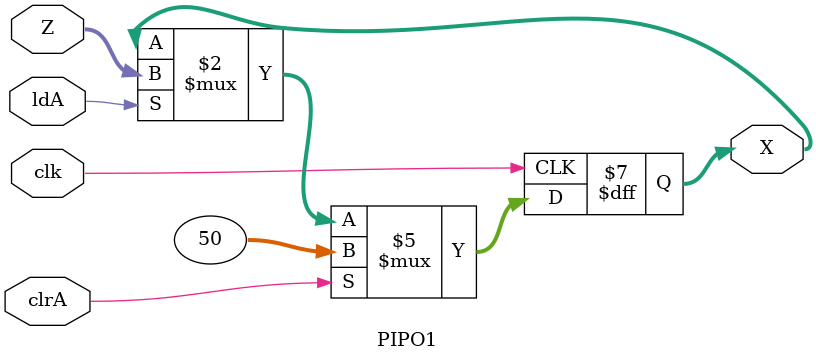
<source format=v>
module PIPO1(
    //input [15:0] data_in,
    input [31:0] Z,
    input ldA,
    input clrA,
    input clk,
    output reg [31:0] X
    );


always@(posedge clk)
if(clrA)
            X<= 32'b110010;
   else if(ldA)
            X<=Z;
endmodule

</source>
